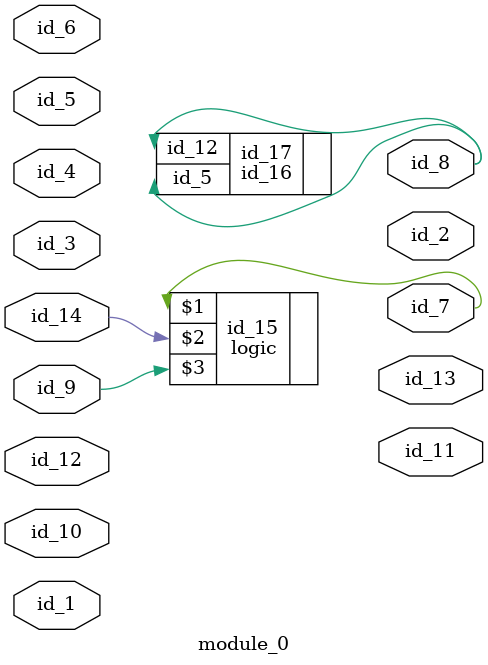
<source format=v>
module module_0 (
    id_1,
    id_2,
    id_3,
    id_4,
    id_5,
    id_6,
    id_7,
    id_8,
    id_9,
    id_10,
    id_11,
    id_12,
    id_13,
    id_14
);
  input id_14;
  output id_13;
  input id_12;
  output id_11;
  input id_10;
  input id_9;
  output id_8;
  output id_7;
  input id_6;
  input id_5;
  input id_4;
  input id_3;
  output id_2;
  input id_1;
  logic id_15 (
      id_7,
      id_14,
      id_9
  );
  id_16 id_17 (
      .id_12(id_8),
      .id_5 (id_8)
  );
  id_18 id_19 (
      .id_15(1'b0),
      .id_12(id_3),
      .id_12(id_9[1]),
      .id_13(1'b0)
  );
endmodule

</source>
